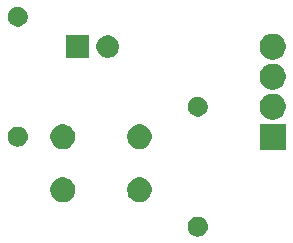
<source format=gbr>
G04 #@! TF.GenerationSoftware,KiCad,Pcbnew,(5.0.1-3-g963ef8bb5)*
G04 #@! TF.CreationDate,2018-12-20T15:49:25+01:00*
G04 #@! TF.ProjectId,WifiLedButton,576966694C6564427574746F6E2E6B69,1.0*
G04 #@! TF.SameCoordinates,Original*
G04 #@! TF.FileFunction,Soldermask,Top*
G04 #@! TF.FilePolarity,Negative*
%FSLAX46Y46*%
G04 Gerber Fmt 4.6, Leading zero omitted, Abs format (unit mm)*
G04 Created by KiCad (PCBNEW (5.0.1-3-g963ef8bb5)) date Donnerstag, 20. Dezember 2018 um 15:49:25*
%MOMM*%
%LPD*%
G01*
G04 APERTURE LIST*
%ADD10C,0.100000*%
G04 APERTURE END LIST*
D10*
G36*
X76366821Y-67741313D02*
X76366824Y-67741314D01*
X76366825Y-67741314D01*
X76527239Y-67789975D01*
X76527241Y-67789976D01*
X76527244Y-67789977D01*
X76675078Y-67868995D01*
X76804659Y-67975341D01*
X76911005Y-68104922D01*
X76990023Y-68252756D01*
X77038687Y-68413179D01*
X77055117Y-68580000D01*
X77038687Y-68746821D01*
X76990023Y-68907244D01*
X76911005Y-69055078D01*
X76804659Y-69184659D01*
X76675078Y-69291005D01*
X76527244Y-69370023D01*
X76527241Y-69370024D01*
X76527239Y-69370025D01*
X76366825Y-69418686D01*
X76366824Y-69418686D01*
X76366821Y-69418687D01*
X76241804Y-69431000D01*
X76158196Y-69431000D01*
X76033179Y-69418687D01*
X76033176Y-69418686D01*
X76033175Y-69418686D01*
X75872761Y-69370025D01*
X75872759Y-69370024D01*
X75872756Y-69370023D01*
X75724922Y-69291005D01*
X75595341Y-69184659D01*
X75488995Y-69055078D01*
X75409977Y-68907244D01*
X75361313Y-68746821D01*
X75344883Y-68580000D01*
X75361313Y-68413179D01*
X75409977Y-68252756D01*
X75488995Y-68104922D01*
X75595341Y-67975341D01*
X75724922Y-67868995D01*
X75872756Y-67789977D01*
X75872759Y-67789976D01*
X75872761Y-67789975D01*
X76033175Y-67741314D01*
X76033176Y-67741314D01*
X76033179Y-67741313D01*
X76158196Y-67729000D01*
X76241804Y-67729000D01*
X76366821Y-67741313D01*
X76366821Y-67741313D01*
G37*
G36*
X71576565Y-64449389D02*
X71767834Y-64528615D01*
X71939976Y-64643637D01*
X72086363Y-64790024D01*
X72201385Y-64962166D01*
X72280611Y-65153435D01*
X72321000Y-65356484D01*
X72321000Y-65563516D01*
X72280611Y-65766565D01*
X72201385Y-65957834D01*
X72086363Y-66129976D01*
X71939976Y-66276363D01*
X71767834Y-66391385D01*
X71576565Y-66470611D01*
X71373516Y-66511000D01*
X71166484Y-66511000D01*
X70963435Y-66470611D01*
X70772166Y-66391385D01*
X70600024Y-66276363D01*
X70453637Y-66129976D01*
X70338615Y-65957834D01*
X70259389Y-65766565D01*
X70219000Y-65563516D01*
X70219000Y-65356484D01*
X70259389Y-65153435D01*
X70338615Y-64962166D01*
X70453637Y-64790024D01*
X70600024Y-64643637D01*
X70772166Y-64528615D01*
X70963435Y-64449389D01*
X71166484Y-64409000D01*
X71373516Y-64409000D01*
X71576565Y-64449389D01*
X71576565Y-64449389D01*
G37*
G36*
X65076565Y-64449389D02*
X65267834Y-64528615D01*
X65439976Y-64643637D01*
X65586363Y-64790024D01*
X65701385Y-64962166D01*
X65780611Y-65153435D01*
X65821000Y-65356484D01*
X65821000Y-65563516D01*
X65780611Y-65766565D01*
X65701385Y-65957834D01*
X65586363Y-66129976D01*
X65439976Y-66276363D01*
X65267834Y-66391385D01*
X65076565Y-66470611D01*
X64873516Y-66511000D01*
X64666484Y-66511000D01*
X64463435Y-66470611D01*
X64272166Y-66391385D01*
X64100024Y-66276363D01*
X63953637Y-66129976D01*
X63838615Y-65957834D01*
X63759389Y-65766565D01*
X63719000Y-65563516D01*
X63719000Y-65356484D01*
X63759389Y-65153435D01*
X63838615Y-64962166D01*
X63953637Y-64790024D01*
X64100024Y-64643637D01*
X64272166Y-64528615D01*
X64463435Y-64449389D01*
X64666484Y-64409000D01*
X64873516Y-64409000D01*
X65076565Y-64449389D01*
X65076565Y-64449389D01*
G37*
G36*
X83651000Y-62061000D02*
X81449000Y-62061000D01*
X81449000Y-59859000D01*
X83651000Y-59859000D01*
X83651000Y-62061000D01*
X83651000Y-62061000D01*
G37*
G36*
X71576565Y-59949389D02*
X71767834Y-60028615D01*
X71939976Y-60143637D01*
X72086363Y-60290024D01*
X72201385Y-60462166D01*
X72280611Y-60653435D01*
X72321000Y-60856484D01*
X72321000Y-61063516D01*
X72280611Y-61266565D01*
X72201385Y-61457834D01*
X72086363Y-61629976D01*
X71939976Y-61776363D01*
X71767834Y-61891385D01*
X71576565Y-61970611D01*
X71373516Y-62011000D01*
X71166484Y-62011000D01*
X70963435Y-61970611D01*
X70772166Y-61891385D01*
X70600024Y-61776363D01*
X70453637Y-61629976D01*
X70338615Y-61457834D01*
X70259389Y-61266565D01*
X70219000Y-61063516D01*
X70219000Y-60856484D01*
X70259389Y-60653435D01*
X70338615Y-60462166D01*
X70453637Y-60290024D01*
X70600024Y-60143637D01*
X70772166Y-60028615D01*
X70963435Y-59949389D01*
X71166484Y-59909000D01*
X71373516Y-59909000D01*
X71576565Y-59949389D01*
X71576565Y-59949389D01*
G37*
G36*
X65076565Y-59949389D02*
X65267834Y-60028615D01*
X65439976Y-60143637D01*
X65586363Y-60290024D01*
X65701385Y-60462166D01*
X65780611Y-60653435D01*
X65821000Y-60856484D01*
X65821000Y-61063516D01*
X65780611Y-61266565D01*
X65701385Y-61457834D01*
X65586363Y-61629976D01*
X65439976Y-61776363D01*
X65267834Y-61891385D01*
X65076565Y-61970611D01*
X64873516Y-62011000D01*
X64666484Y-62011000D01*
X64463435Y-61970611D01*
X64272166Y-61891385D01*
X64100024Y-61776363D01*
X63953637Y-61629976D01*
X63838615Y-61457834D01*
X63759389Y-61266565D01*
X63719000Y-61063516D01*
X63719000Y-60856484D01*
X63759389Y-60653435D01*
X63838615Y-60462166D01*
X63953637Y-60290024D01*
X64100024Y-60143637D01*
X64272166Y-60028615D01*
X64463435Y-59949389D01*
X64666484Y-59909000D01*
X64873516Y-59909000D01*
X65076565Y-59949389D01*
X65076565Y-59949389D01*
G37*
G36*
X61126821Y-60121313D02*
X61126824Y-60121314D01*
X61126825Y-60121314D01*
X61287239Y-60169975D01*
X61287241Y-60169976D01*
X61287244Y-60169977D01*
X61435078Y-60248995D01*
X61564659Y-60355341D01*
X61671005Y-60484922D01*
X61750023Y-60632756D01*
X61798687Y-60793179D01*
X61815117Y-60960000D01*
X61798687Y-61126821D01*
X61750023Y-61287244D01*
X61671005Y-61435078D01*
X61564659Y-61564659D01*
X61435078Y-61671005D01*
X61287244Y-61750023D01*
X61287241Y-61750024D01*
X61287239Y-61750025D01*
X61126825Y-61798686D01*
X61126824Y-61798686D01*
X61126821Y-61798687D01*
X61001804Y-61811000D01*
X60918196Y-61811000D01*
X60793179Y-61798687D01*
X60793176Y-61798686D01*
X60793175Y-61798686D01*
X60632761Y-61750025D01*
X60632759Y-61750024D01*
X60632756Y-61750023D01*
X60484922Y-61671005D01*
X60355341Y-61564659D01*
X60248995Y-61435078D01*
X60169977Y-61287244D01*
X60121313Y-61126821D01*
X60104883Y-60960000D01*
X60121313Y-60793179D01*
X60169977Y-60632756D01*
X60248995Y-60484922D01*
X60355341Y-60355341D01*
X60484922Y-60248995D01*
X60632756Y-60169977D01*
X60632759Y-60169976D01*
X60632761Y-60169975D01*
X60793175Y-60121314D01*
X60793176Y-60121314D01*
X60793179Y-60121313D01*
X60918196Y-60109000D01*
X61001804Y-60109000D01*
X61126821Y-60121313D01*
X61126821Y-60121313D01*
G37*
G36*
X82764795Y-57340156D02*
X82871150Y-57361311D01*
X82941990Y-57390654D01*
X83071516Y-57444305D01*
X83251850Y-57564801D01*
X83405199Y-57718150D01*
X83525695Y-57898484D01*
X83608689Y-58098851D01*
X83651000Y-58311560D01*
X83651000Y-58528440D01*
X83608689Y-58741149D01*
X83525695Y-58941516D01*
X83405199Y-59121850D01*
X83251850Y-59275199D01*
X83071516Y-59395695D01*
X82941990Y-59449346D01*
X82871150Y-59478689D01*
X82764795Y-59499844D01*
X82658440Y-59521000D01*
X82441560Y-59521000D01*
X82335205Y-59499844D01*
X82228850Y-59478689D01*
X82158010Y-59449346D01*
X82028484Y-59395695D01*
X81848150Y-59275199D01*
X81694801Y-59121850D01*
X81574305Y-58941516D01*
X81491311Y-58741149D01*
X81449000Y-58528440D01*
X81449000Y-58311560D01*
X81491311Y-58098851D01*
X81574305Y-57898484D01*
X81694801Y-57718150D01*
X81848150Y-57564801D01*
X82028484Y-57444305D01*
X82158010Y-57390654D01*
X82228850Y-57361311D01*
X82335205Y-57340156D01*
X82441560Y-57319000D01*
X82658440Y-57319000D01*
X82764795Y-57340156D01*
X82764795Y-57340156D01*
G37*
G36*
X76448228Y-57601703D02*
X76603100Y-57665853D01*
X76742481Y-57758985D01*
X76861015Y-57877519D01*
X76954147Y-58016900D01*
X77018297Y-58171772D01*
X77051000Y-58336184D01*
X77051000Y-58503816D01*
X77018297Y-58668228D01*
X76954147Y-58823100D01*
X76861015Y-58962481D01*
X76742481Y-59081015D01*
X76603100Y-59174147D01*
X76448228Y-59238297D01*
X76283816Y-59271000D01*
X76116184Y-59271000D01*
X75951772Y-59238297D01*
X75796900Y-59174147D01*
X75657519Y-59081015D01*
X75538985Y-58962481D01*
X75445853Y-58823100D01*
X75381703Y-58668228D01*
X75349000Y-58503816D01*
X75349000Y-58336184D01*
X75381703Y-58171772D01*
X75445853Y-58016900D01*
X75538985Y-57877519D01*
X75657519Y-57758985D01*
X75796900Y-57665853D01*
X75951772Y-57601703D01*
X76116184Y-57569000D01*
X76283816Y-57569000D01*
X76448228Y-57601703D01*
X76448228Y-57601703D01*
G37*
G36*
X82764794Y-54800155D02*
X82871150Y-54821311D01*
X82941990Y-54850654D01*
X83071516Y-54904305D01*
X83251850Y-55024801D01*
X83405199Y-55178150D01*
X83525695Y-55358484D01*
X83608689Y-55558851D01*
X83651000Y-55771560D01*
X83651000Y-55988440D01*
X83608689Y-56201149D01*
X83525695Y-56401516D01*
X83405199Y-56581850D01*
X83251850Y-56735199D01*
X83071516Y-56855695D01*
X82941990Y-56909346D01*
X82871150Y-56938689D01*
X82764795Y-56959844D01*
X82658440Y-56981000D01*
X82441560Y-56981000D01*
X82335205Y-56959844D01*
X82228850Y-56938689D01*
X82158010Y-56909346D01*
X82028484Y-56855695D01*
X81848150Y-56735199D01*
X81694801Y-56581850D01*
X81574305Y-56401516D01*
X81491311Y-56201149D01*
X81449000Y-55988440D01*
X81449000Y-55771560D01*
X81491311Y-55558851D01*
X81574305Y-55358484D01*
X81694801Y-55178150D01*
X81848150Y-55024801D01*
X82028484Y-54904305D01*
X82158010Y-54850654D01*
X82228850Y-54821311D01*
X82335206Y-54800155D01*
X82441560Y-54779000D01*
X82658440Y-54779000D01*
X82764794Y-54800155D01*
X82764794Y-54800155D01*
G37*
G36*
X82764795Y-52260156D02*
X82871150Y-52281311D01*
X82941990Y-52310654D01*
X83071516Y-52364305D01*
X83071519Y-52364307D01*
X83108475Y-52389000D01*
X83251850Y-52484801D01*
X83405199Y-52638150D01*
X83525695Y-52818484D01*
X83608689Y-53018851D01*
X83651000Y-53231560D01*
X83651000Y-53448440D01*
X83608689Y-53661149D01*
X83525695Y-53861516D01*
X83405199Y-54041850D01*
X83251850Y-54195199D01*
X83251847Y-54195201D01*
X83251846Y-54195202D01*
X83071519Y-54315693D01*
X83071516Y-54315695D01*
X82941990Y-54369346D01*
X82871150Y-54398689D01*
X82764795Y-54419844D01*
X82658440Y-54441000D01*
X82441560Y-54441000D01*
X82335205Y-54419844D01*
X82228850Y-54398689D01*
X82158010Y-54369346D01*
X82028484Y-54315695D01*
X82028481Y-54315693D01*
X81848154Y-54195202D01*
X81848153Y-54195201D01*
X81848150Y-54195199D01*
X81694801Y-54041850D01*
X81574305Y-53861516D01*
X81491311Y-53661149D01*
X81449000Y-53448440D01*
X81449000Y-53231560D01*
X81491311Y-53018851D01*
X81574305Y-52818484D01*
X81694801Y-52638150D01*
X81848150Y-52484801D01*
X81991526Y-52389000D01*
X82028481Y-52364307D01*
X82028484Y-52364305D01*
X82158010Y-52310654D01*
X82228850Y-52281311D01*
X82335205Y-52260156D01*
X82441560Y-52239000D01*
X82658440Y-52239000D01*
X82764795Y-52260156D01*
X82764795Y-52260156D01*
G37*
G36*
X68857396Y-52425546D02*
X69030466Y-52497234D01*
X69186230Y-52601312D01*
X69318688Y-52733770D01*
X69422766Y-52889534D01*
X69494454Y-53062604D01*
X69531000Y-53246333D01*
X69531000Y-53433667D01*
X69494454Y-53617396D01*
X69422766Y-53790466D01*
X69318688Y-53946230D01*
X69186230Y-54078688D01*
X69030466Y-54182766D01*
X68857396Y-54254454D01*
X68673667Y-54291000D01*
X68486333Y-54291000D01*
X68302604Y-54254454D01*
X68129534Y-54182766D01*
X67973770Y-54078688D01*
X67841312Y-53946230D01*
X67737234Y-53790466D01*
X67665546Y-53617396D01*
X67629000Y-53433667D01*
X67629000Y-53246333D01*
X67665546Y-53062604D01*
X67737234Y-52889534D01*
X67841312Y-52733770D01*
X67973770Y-52601312D01*
X68129534Y-52497234D01*
X68302604Y-52425546D01*
X68486333Y-52389000D01*
X68673667Y-52389000D01*
X68857396Y-52425546D01*
X68857396Y-52425546D01*
G37*
G36*
X66991000Y-54291000D02*
X65089000Y-54291000D01*
X65089000Y-52389000D01*
X66991000Y-52389000D01*
X66991000Y-54291000D01*
X66991000Y-54291000D01*
G37*
G36*
X61208228Y-49981703D02*
X61363100Y-50045853D01*
X61502481Y-50138985D01*
X61621015Y-50257519D01*
X61714147Y-50396900D01*
X61778297Y-50551772D01*
X61811000Y-50716184D01*
X61811000Y-50883816D01*
X61778297Y-51048228D01*
X61714147Y-51203100D01*
X61621015Y-51342481D01*
X61502481Y-51461015D01*
X61363100Y-51554147D01*
X61208228Y-51618297D01*
X61043816Y-51651000D01*
X60876184Y-51651000D01*
X60711772Y-51618297D01*
X60556900Y-51554147D01*
X60417519Y-51461015D01*
X60298985Y-51342481D01*
X60205853Y-51203100D01*
X60141703Y-51048228D01*
X60109000Y-50883816D01*
X60109000Y-50716184D01*
X60141703Y-50551772D01*
X60205853Y-50396900D01*
X60298985Y-50257519D01*
X60417519Y-50138985D01*
X60556900Y-50045853D01*
X60711772Y-49981703D01*
X60876184Y-49949000D01*
X61043816Y-49949000D01*
X61208228Y-49981703D01*
X61208228Y-49981703D01*
G37*
M02*

</source>
